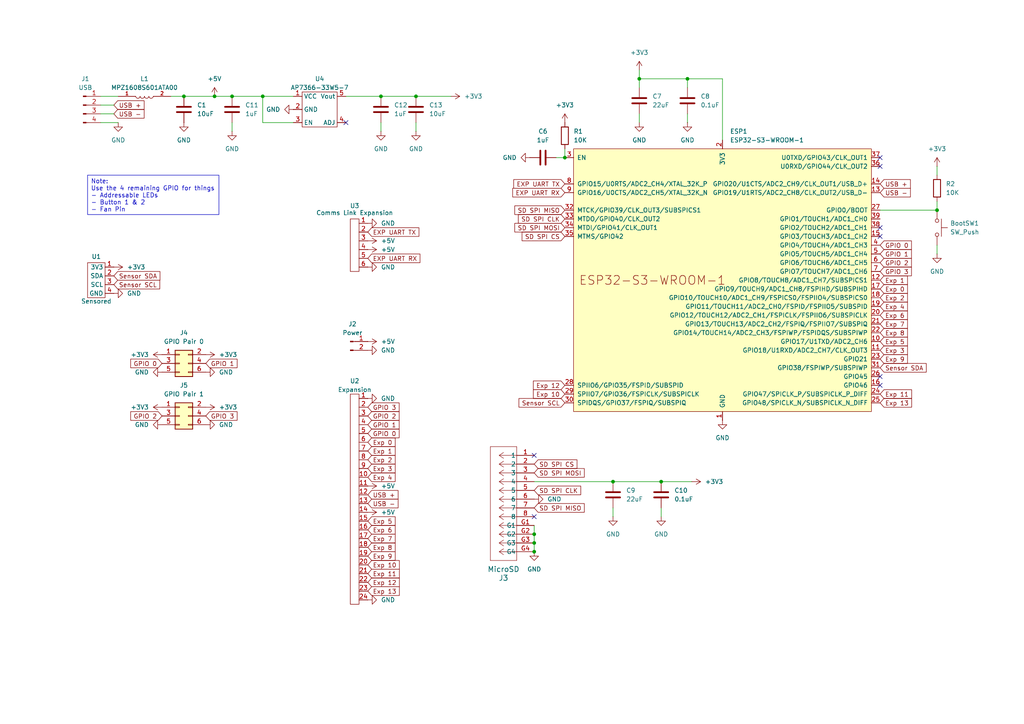
<source format=kicad_sch>
(kicad_sch (version 20231120) (generator "eeschema") (generator_version "8.0")
  (paper "A4")
  (lib_symbols
    (symbol "AP7366_SOT_25:AP7366_SOT25"
      (property "Reference" "U" (at 0 5.334 0))
      (symbol "AP7366_SOT25_0_1"
        (rectangle (start -5.08 3.81) (end 5.08 -6.35))
      )
      (symbol "AP7366_SOT25_1_1"
        (pin power_in line (at -7.62 2.54 0) (length 2.54) (name "VCC") (number "1"))
        (pin power_in line (at -7.62 -1.27 0) (length 2.54) (name "GND") (number "2"))
        (pin input line (at -7.62 -5.08 0) (length 2.54) (name "EN") (number "3"))
        (pin power_in line (at 7.62 -5.08 180) (length 2.54) (name "ADJ") (number "4"))
        (pin power_in line (at 7.62 2.54 180) (length 2.54) (name "Vout") (number "5"))
      )
    )
    (symbol "Connector:Conn_01x02_Pin" (pin_names (offset 1.016) hide)
      (property "Reference" "J" (at 0 2.54 0))
      (property "Value" "Conn_01x02_Pin" (at 0 -5.08 0))
      (symbol "Conn_01x02_Pin_1_1"
        (polyline (pts (xy 1.27 -2.54) (xy 0.8636 -2.54)) (stroke (width 0.1524)))
        (polyline (pts (xy 1.27 0) (xy 0.8636 0)) (stroke (width 0.1524)))
        (rectangle (start 0.8636 -2.413) (end 0 -2.667) (stroke (width 0.1524)) (fill (type outline)))
        (rectangle (start 0.8636 0.127) (end 0 -0.127) (stroke (width 0.1524)) (fill (type outline)))
        (pin passive line (at 5.08 0 180) (length 3.81) (name "Pin_1") (number "1"))
        (pin passive line (at 5.08 -2.54 180) (length 3.81) (name "Pin_2") (number "2"))
      )
    )
    (symbol "Connector:Conn_01x04_Pin" (pin_names (offset 1.016) hide)
      (property "Reference" "J" (at 0 5.08 0))
      (property "Value" "Conn_01x04_Pin" (at 0 -7.62 0))
      (symbol "Conn_01x04_Pin_1_1"
        (polyline (pts (xy 1.27 -5.08) (xy 0.8636 -5.08)) (stroke (width 0.1524)))
        (polyline (pts (xy 1.27 -2.54) (xy 0.8636 -2.54)) (stroke (width 0.1524)))
        (polyline (pts (xy 1.27 0) (xy 0.8636 0)) (stroke (width 0.1524)))
        (polyline (pts (xy 1.27 2.54) (xy 0.8636 2.54)) (stroke (width 0.1524)))
        (rectangle (start 0.8636 -4.953) (end 0 -5.207) (stroke (width 0.1524)) (fill (type outline)))
        (rectangle (start 0.8636 -2.413) (end 0 -2.667) (stroke (width 0.1524)) (fill (type outline)))
        (rectangle (start 0.8636 0.127) (end 0 -0.127) (stroke (width 0.1524)) (fill (type outline)))
        (rectangle (start 0.8636 2.667) (end 0 2.413) (stroke (width 0.1524)) (fill (type outline)))
        (pin passive line (at 5.08 2.54 180) (length 3.81) (name "Pin_1") (number "1"))
        (pin passive line (at 5.08 0 180) (length 3.81) (name "Pin_2") (number "2"))
        (pin passive line (at 5.08 -2.54 180) (length 3.81) (name "Pin_3") (number "3"))
        (pin passive line (at 5.08 -5.08 180) (length 3.81) (name "Pin_4") (number "4"))
      )
    )
    (symbol "Connector_Generic:Conn_02x03_Odd_Even" (pin_names (offset 1.016) hide)
      (property "Reference" "J" (at 1.27 5.08 0))
      (property "Value" "Conn_02x03_Odd_Even" (at 1.27 -5.08 0))
      (symbol "Conn_02x03_Odd_Even_1_1"
        (rectangle (start -1.27 -2.413) (end 0 -2.667) (stroke (width 0.1524)))
        (rectangle (start -1.27 0.127) (end 0 -0.127) (stroke (width 0.1524)))
        (rectangle (start -1.27 2.667) (end 0 2.413) (stroke (width 0.1524)))
        (rectangle (start -1.27 3.81) (end 3.81 -3.81) (stroke (width 0.254)) (fill (type background)))
        (rectangle (start 3.81 -2.413) (end 2.54 -2.667) (stroke (width 0.1524)))
        (rectangle (start 3.81 0.127) (end 2.54 -0.127) (stroke (width 0.1524)))
        (rectangle (start 3.81 2.667) (end 2.54 2.413) (stroke (width 0.1524)))
        (pin passive line (at -5.08 2.54 0) (length 3.81) (name "Pin_1") (number "1"))
        (pin passive line (at 7.62 2.54 180) (length 3.81) (name "Pin_2") (number "2"))
        (pin passive line (at -5.08 0 0) (length 3.81) (name "Pin_3") (number "3"))
        (pin passive line (at 7.62 0 180) (length 3.81) (name "Pin_4") (number "4"))
        (pin passive line (at -5.08 -2.54 0) (length 3.81) (name "Pin_5") (number "5"))
        (pin passive line (at 7.62 -2.54 180) (length 3.81) (name "Pin_6") (number "6"))
      )
    )
    (symbol "Device:C" (pin_numbers hide) (pin_names (offset 0.254))
      (property "Reference" "C" (at 0.635 2.54 0))
      (property "Value" "C" (at 0.635 -2.54 0))
      (symbol "C_0_1"
        (polyline (pts (xy -2.032 -0.762) (xy 2.032 -0.762)) (stroke (width 0.508)))
        (polyline (pts (xy -2.032 0.762) (xy 2.032 0.762)) (stroke (width 0.508)))
      )
      (symbol "C_1_1"
        (pin passive line (at 0 3.81 270) (length 2.794) (name "~") (number "1"))
        (pin passive line (at 0 -3.81 90) (length 2.794) (name "~") (number "2"))
      )
    )
    (symbol "Device:R" (pin_numbers hide) (pin_names (offset 0))
      (property "Reference" "R" (at 2.032 0 90))
      (property "Value" "R" (at 0 0 90))
      (symbol "R_0_1"
        (rectangle (start -1.016 -2.54) (end 1.016 2.54) (stroke (width 0.254)))
      )
      (symbol "R_1_1"
        (pin passive line (at 0 3.81 270) (length 1.27) (name "~") (number "1"))
        (pin passive line (at 0 -3.81 90) (length 1.27) (name "~") (number "2"))
      )
    )
    (symbol "FCC_Connector:FFC_24P"
      (property "Reference" "U" (at -1.27 32.004 0))
      (symbol "FFC_24P_0_1"
        (rectangle (start -2.54 30.48) (end 0 -30.48))
      )
      (symbol "FFC_24P_1_1"
        (pin input line (at 2.54 29.21 180) (length 2.54) (name "") (number "1"))
        (pin input line (at 2.54 6.35 180) (length 2.54) (name "") (number "10"))
        (pin input line (at 2.54 3.81 180) (length 2.54) (name "") (number "11"))
        (pin input line (at 2.54 1.27 180) (length 2.54) (name "") (number "12"))
        (pin input line (at 2.54 -1.27 180) (length 2.54) (name "") (number "13"))
        (pin input line (at 2.54 -3.81 180) (length 2.54) (name "") (number "14"))
        (pin input line (at 2.54 -6.35 180) (length 2.54) (name "") (number "15"))
        (pin input line (at 2.54 -8.89 180) (length 2.54) (name "") (number "16"))
        (pin input line (at 2.54 -11.43 180) (length 2.54) (name "") (number "17"))
        (pin input line (at 2.54 -13.97 180) (length 2.54) (name "") (number "18"))
        (pin input line (at 2.54 -16.51 180) (length 2.54) (name "") (number "19"))
        (pin input line (at 2.54 26.67 180) (length 2.54) (name "") (number "2"))
        (pin input line (at 2.54 -19.05 180) (length 2.54) (name "") (number "20"))
        (pin input line (at 2.54 -21.59 180) (length 2.54) (name "") (number "21"))
        (pin input line (at 2.54 -24.13 180) (length 2.54) (name "") (number "22"))
        (pin input line (at 2.54 -26.67 180) (length 2.54) (name "") (number "23"))
        (pin input line (at 2.54 -29.21 180) (length 2.54) (name "") (number "24"))
        (pin input line (at 2.54 24.13 180) (length 2.54) (name "") (number "3"))
        (pin input line (at 2.54 21.59 180) (length 2.54) (name "") (number "4"))
        (pin input line (at 2.54 19.05 180) (length 2.54) (name "") (number "5"))
        (pin input line (at 2.54 16.51 180) (length 2.54) (name "") (number "6"))
        (pin input line (at 2.54 13.97 180) (length 2.54) (name "") (number "7"))
        (pin input line (at 2.54 11.43 180) (length 2.54) (name "") (number "8"))
        (pin input line (at 2.54 8.89 180) (length 2.54) (name "") (number "9"))
      )
    )
    (symbol "FCC_Connector:FFC_6P"
      (property "Reference" "U" (at 0 9.398 0))
      (symbol "FFC_6P_0_1"
        (rectangle (start -1.27 7.62) (end 1.27 -7.62))
      )
      (symbol "FFC_6P_1_1"
        (pin input line (at 3.81 6.35 180) (length 2.54) (name "") (number "1"))
        (pin input line (at 3.81 3.81 180) (length 2.54) (name "") (number "2"))
        (pin input line (at 3.81 1.27 180) (length 2.54) (name "") (number "3"))
        (pin input line (at 3.81 -1.27 180) (length 2.54) (name "") (number "4"))
        (pin input line (at 3.81 -3.81 180) (length 2.54) (name "") (number "5"))
        (pin input line (at 3.81 -6.35 180) (length 2.54) (name "") (number "6"))
      )
    )
    (symbol "Ferrite_Bead_MPZ1608S601ATA00:MPZ1608S601ATA00" (pin_names (offset 1.016))
      (property "Reference" "L" (at -5.0885 1.9082 0))
      (property "Value" "MPZ1608S601ATA00" (at -5.0854 -2.5427 0))
      (symbol "MPZ1608S601ATA00_0_0"
        (arc (start -2.54 0) (mid -1.905 -0.5747) (end -1.27 0) (stroke (width 0.1524)))
        (arc (start -1.27 0) (mid -0.635 -0.5747) (end 0 0) (stroke (width 0.1524)))
        (arc (start 0 0) (mid 0.635 -0.5747) (end 1.27 0) (stroke (width 0.1524)))
        (arc (start 1.27 0) (mid 1.905 -0.5747) (end 2.54 0) (stroke (width 0.1524)))
        (pin passive line (at -7.62 0 0) (length 5.08) (name "~") (number "1"))
        (pin passive line (at 7.62 0 180) (length 5.08) (name "~") (number "2"))
      )
    )
    (symbol "MicroSD_473092651:473092651" (pin_names (offset 0.254))
      (property "Reference" "J" (at 8.89 6.35 0))
      (property "Value" "473092651" (at 0 0 0))
      (symbol "473092651_1_1"
        (polyline (pts (xy 5.08 -30.48) (xy 12.7 -30.48)) (stroke (width 0.127)))
        (polyline (pts (xy 5.08 2.54) (xy 5.08 -30.48)) (stroke (width 0.127)))
        (polyline (pts (xy 10.16 -27.94) (xy 5.08 -27.94)) (stroke (width 0.127)))
        (polyline (pts (xy 10.16 -27.94) (xy 8.89 -28.7867)) (stroke (width 0.127)))
        (polyline (pts (xy 10.16 -27.94) (xy 8.89 -27.0933)) (stroke (width 0.127)))
        (polyline (pts (xy 10.16 -25.4) (xy 5.08 -25.4)) (stroke (width 0.127)))
        (polyline (pts (xy 10.16 -25.4) (xy 8.89 -26.2467)) (stroke (width 0.127)))
        (polyline (pts (xy 10.16 -25.4) (xy 8.89 -24.5533)) (stroke (width 0.127)))
        (polyline (pts (xy 10.16 -22.86) (xy 5.08 -22.86)) (stroke (width 0.127)))
        (polyline (pts (xy 10.16 -22.86) (xy 8.89 -23.7067)) (stroke (width 0.127)))
        (polyline (pts (xy 10.16 -22.86) (xy 8.89 -22.0133)) (stroke (width 0.127)))
        (polyline (pts (xy 10.16 -20.32) (xy 5.08 -20.32)) (stroke (width 0.127)))
        (polyline (pts (xy 10.16 -20.32) (xy 8.89 -21.1667)) (stroke (width 0.127)))
        (polyline (pts (xy 10.16 -20.32) (xy 8.89 -19.4733)) (stroke (width 0.127)))
        (polyline (pts (xy 10.16 -17.78) (xy 5.08 -17.78)) (stroke (width 0.127)))
        (polyline (pts (xy 10.16 -17.78) (xy 8.89 -18.6267)) (stroke (width 0.127)))
        (polyline (pts (xy 10.16 -17.78) (xy 8.89 -16.9333)) (stroke (width 0.127)))
        (polyline (pts (xy 10.16 -15.24) (xy 5.08 -15.24)) (stroke (width 0.127)))
        (polyline (pts (xy 10.16 -15.24) (xy 8.89 -16.0867)) (stroke (width 0.127)))
        (polyline (pts (xy 10.16 -15.24) (xy 8.89 -14.3933)) (stroke (width 0.127)))
        (polyline (pts (xy 10.16 -12.7) (xy 5.08 -12.7)) (stroke (width 0.127)))
        (polyline (pts (xy 10.16 -12.7) (xy 8.89 -13.5467)) (stroke (width 0.127)))
        (polyline (pts (xy 10.16 -12.7) (xy 8.89 -11.8533)) (stroke (width 0.127)))
        (polyline (pts (xy 10.16 -10.16) (xy 5.08 -10.16)) (stroke (width 0.127)))
        (polyline (pts (xy 10.16 -10.16) (xy 8.89 -11.0067)) (stroke (width 0.127)))
        (polyline (pts (xy 10.16 -10.16) (xy 8.89 -9.3133)) (stroke (width 0.127)))
        (polyline (pts (xy 10.16 -7.62) (xy 5.08 -7.62)) (stroke (width 0.127)))
        (polyline (pts (xy 10.16 -7.62) (xy 8.89 -8.4667)) (stroke (width 0.127)))
        (polyline (pts (xy 10.16 -7.62) (xy 8.89 -6.7733)) (stroke (width 0.127)))
        (polyline (pts (xy 10.16 -5.08) (xy 5.08 -5.08)) (stroke (width 0.127)))
        (polyline (pts (xy 10.16 -5.08) (xy 8.89 -5.9267)) (stroke (width 0.127)))
        (polyline (pts (xy 10.16 -5.08) (xy 8.89 -4.2333)) (stroke (width 0.127)))
        (polyline (pts (xy 10.16 -2.54) (xy 5.08 -2.54)) (stroke (width 0.127)))
        (polyline (pts (xy 10.16 -2.54) (xy 8.89 -3.3867)) (stroke (width 0.127)))
        (polyline (pts (xy 10.16 -2.54) (xy 8.89 -1.6933)) (stroke (width 0.127)))
        (polyline (pts (xy 10.16 0) (xy 5.08 0)) (stroke (width 0.127)))
        (polyline (pts (xy 10.16 0) (xy 8.89 -0.8467)) (stroke (width 0.127)))
        (polyline (pts (xy 10.16 0) (xy 8.89 0.8467)) (stroke (width 0.127)))
        (polyline (pts (xy 12.7 -30.48) (xy 12.7 2.54)) (stroke (width 0.127)))
        (polyline (pts (xy 12.7 2.54) (xy 5.08 2.54)) (stroke (width 0.127)))
        (pin bidirectional line (at 0 0 0) (length 5.08) (name "1") (number "1"))
        (pin unspecified line (at 0 -2.54 0) (length 5.08) (name "2") (number "2"))
        (pin unspecified line (at 0 -5.08 0) (length 5.08) (name "3") (number "3"))
        (pin power_in line (at 0 -7.62 0) (length 5.08) (name "4") (number "4"))
        (pin unspecified line (at 0 -10.16 0) (length 5.08) (name "5") (number "5"))
        (pin power_out line (at 0 -12.7 0) (length 5.08) (name "6") (number "6"))
        (pin bidirectional line (at 0 -15.24 0) (length 5.08) (name "7") (number "7"))
        (pin bidirectional line (at 0 -17.78 0) (length 5.08) (name "8") (number "8"))
        (pin power_out line (at 0 -20.32 0) (length 5.08) (name "G1") (number "G1"))
        (pin power_out line (at 0 -22.86 0) (length 5.08) (name "G2") (number "G2"))
        (pin unspecified line (at 0 -25.4 0) (length 5.08) (name "G3") (number "G3"))
        (pin unspecified line (at 0 -27.94 0) (length 5.08) (name "G4") (number "G4"))
      )
      (symbol "473092651_1_2"
        (polyline (pts (xy 5.08 -30.48) (xy 12.7 -30.48)) (stroke (width 0.127)))
        (polyline (pts (xy 5.08 2.54) (xy 5.08 -30.48)) (stroke (width 0.127)))
        (polyline (pts (xy 7.62 -27.94) (xy 5.08 -27.94)) (stroke (width 0.127)))
        (polyline (pts (xy 7.62 -27.94) (xy 8.89 -28.7867)) (stroke (width 0.127)))
        (polyline (pts (xy 7.62 -27.94) (xy 8.89 -27.0933)) (stroke (width 0.127)))
        (polyline (pts (xy 7.62 -25.4) (xy 5.08 -25.4)) (stroke (width 0.127)))
        (polyline (pts (xy 7.62 -25.4) (xy 8.89 -26.2467)) (stroke (width 0.127)))
        (polyline (pts (xy 7.62 -25.4) (xy 8.89 -24.5533)) (stroke (width 0.127)))
        (polyline (pts (xy 7.62 -22.86) (xy 5.08 -22.86)) (stroke (width 0.127)))
        (polyline (pts (xy 7.62 -22.86) (xy 8.89 -23.7067)) (stroke (width 0.127)))
        (polyline (pts (xy 7.62 -22.86) (xy 8.89 -22.0133)) (stroke (width 0.127)))
        (polyline (pts (xy 7.62 -20.32) (xy 5.08 -20.32)) (stroke (width 0.127)))
        (polyline (pts (xy 7.62 -20.32) (xy 8.89 -21.1667)) (stroke (width 0.127)))
        (polyline (pts (xy 7.62 -20.32) (xy 8.89 -19.4733)) (stroke (width 0.127)))
        (polyline (pts (xy 7.62 -17.78) (xy 5.08 -17.78)) (stroke (width 0.127)))
        (polyline (pts (xy 7.62 -17.78) (xy 8.89 -18.6267)) (stroke (width 0.127)))
        (polyline (pts (xy 7.62 -17.78) (xy 8.89 -16.9333)) (stroke (width 0.127)))
        (polyline (pts (xy 7.62 -15.24) (xy 5.08 -15.24)) (stroke (width 0.127)))
        (polyline (pts (xy 7.62 -15.24) (xy 8.89 -16.0867)) (stroke (width 0.127)))
        (polyline (pts (xy 7.62 -15.24) (xy 8.89 -14.3933)) (stroke (width 0.127)))
        (polyline (pts (xy 7.62 -12.7) (xy 5.08 -12.7)) (stroke (width 0.127)))
        (polyline (pts (xy 7.62 -12.7) (xy 8.89 -13.5467)) (stroke (width 0.127)))
        (polyline (pts (xy 7.62 -12.7) (xy 8.89 -11.8533)) (stroke (width 0.127)))
        (polyline (pts (xy 7.62 -10.16) (xy 5.08 -10.16)) (stroke (width 0.127)))
        (polyline (pts (xy 7.62 -10.16) (xy 8.89 -11.0067)) (stroke (width 0.127)))
        (polyline (pts (xy 7.62 -10.16) (xy 8.89 -9.3133)) (stroke (width 0.127)))
        (polyline (pts (xy 7.62 -7.62) (xy 5.08 -7.62)) (stroke (width 0.127)))
        (polyline (pts (xy 7.62 -7.62) (xy 8.89 -8.4667)) (stroke (width 0.127)))
        (polyline (pts (xy 7.62 -7.62) (xy 8.89 -6.7733)) (stroke (width 0.127)))
        (polyline (pts (xy 7.62 -5.08) (xy 5.08 -5.08)) (stroke (width 0.127)))
        (polyline (pts (xy 7.62 -5.08) (xy 8.89 -5.9267)) (stroke (width 0.127)))
        (polyline (pts (xy 7.62 -5.08) (xy 8.89 -4.2333)) (stroke (width 0.127)))
        (polyline (pts (xy 7.62 -2.54) (xy 5.08 -2.54)) (stroke (width 0.127)))
        (polyline (pts (xy 7.62 -2.54) (xy 8.89 -3.3867)) (stroke (width 0.127)))
        (polyline (pts (xy 7.62 -2.54) (xy 8.89 -1.6933)) (stroke (width 0.127)))
        (polyline (pts (xy 7.62 0) (xy 5.08 0)) (stroke (width 0.127)))
        (polyline (pts (xy 7.62 0) (xy 8.89 -0.8467)) (stroke (width 0.127)))
        (polyline (pts (xy 7.62 0) (xy 8.89 0.8467)) (stroke (width 0.127)))
        (polyline (pts (xy 12.7 -30.48) (xy 12.7 2.54)) (stroke (width 0.127)))
        (polyline (pts (xy 12.7 2.54) (xy 5.08 2.54)) (stroke (width 0.127)))
        (pin bidirectional line (at 0 0 0) (length 5.08) (name "1") (number "1"))
        (pin unspecified line (at 0 -2.54 0) (length 5.08) (name "2") (number "2"))
        (pin unspecified line (at 0 -5.08 0) (length 5.08) (name "3") (number "3"))
        (pin power_in line (at 0 -7.62 0) (length 5.08) (name "4") (number "4"))
        (pin unspecified line (at 0 -10.16 0) (length 5.08) (name "5") (number "5"))
        (pin power_out line (at 0 -12.7 0) (length 5.08) (name "6") (number "6"))
        (pin bidirectional line (at 0 -15.24 0) (length 5.08) (name "7") (number "7"))
        (pin bidirectional line (at 0 -17.78 0) (length 5.08) (name "8") (number "8"))
        (pin power_out line (at 0 -20.32 0) (length 5.08) (name "G1") (number "G1"))
        (pin power_out line (at 0 -22.86 0) (length 5.08) (name "G2") (number "G2"))
        (pin unspecified line (at 0 -25.4 0) (length 5.08) (name "G3") (number "G3"))
        (pin unspecified line (at 0 -27.94 0) (length 5.08) (name "G4") (number "G4"))
      )
    )
    (symbol "PCM_Espressif:ESP32-S3-WROOM-1" (pin_names (offset 1.016))
      (property "Reference" "U" (at -43.18 43.18 0))
      (property "Value" "ESP32-S3-WROOM-1" (at -43.18 40.64 0))
      (symbol "ESP32-S3-WROOM-1_0_0"
        (text "ESP32-S3-WROOM-1" (at -20.32 0 0) (effects (font (size 2.54 2.54))))
        (pin power_in line (at 0 -40.64 90) (length 2.54) (name "GND") (number "1"))
        (pin bidirectional line (at 45.72 -17.78 180) (length 2.54) (name "GPIO17/U1TXD/ADC2_CH6") (number "10"))
        (pin bidirectional line (at 45.72 -20.32 180) (length 2.54) (name "GPIO18/U1RXD/ADC2_CH7/CLK_OUT3") (number "11"))
        (pin bidirectional line (at 45.72 0 180) (length 2.54) (name "GPIO8/TOUCH8/ADC1_CH7/SUBSPICS1") (number "12"))
        (pin bidirectional line (at 45.72 25.4 180) (length 2.54) (name "GPIO19/U1RTS/ADC2_CH8/CLK_OUT2/USB_D-") (number "13"))
        (pin bidirectional line (at 45.72 27.94 180) (length 2.54) (name "GPIO20/U1CTS/ADC2_CH9/CLK_OUT1/USB_D+") (number "14"))
        (pin bidirectional line (at 45.72 12.7 180) (length 2.54) (name "GPIO3/TOUCH3/ADC1_CH2") (number "15"))
        (pin bidirectional line (at 45.72 -30.48 180) (length 2.54) (name "GPIO46") (number "16"))
        (pin bidirectional line (at 45.72 -2.54 180) (length 2.54) (name "GPIO9/TOUCH9/ADC1_CH8/FSPIHD/SUBSPIHD") (number "17"))
        (pin bidirectional line (at 45.72 -5.08 180) (length 2.54) (name "GPIO10/TOUCH10/ADC1_CH9/FSPICS0/FSPIIO4/SUBSPICS0") (number "18"))
        (pin bidirectional line (at 45.72 -7.62 180) (length 2.54) (name "GPIO11/TOUCH11/ADC2_CH0/FSPID/FSPIIO5/SUBSPID") (number "19"))
        (pin power_in line (at 0 40.64 270) (length 2.54) (name "3V3") (number "2"))
        (pin bidirectional line (at 45.72 -10.16 180) (length 2.54) (name "GPIO12/TOUCH12/ADC2_CH1/FSPICLK/FSPIIO6/SUBSPICLK") (number "20"))
        (pin bidirectional line (at 45.72 -12.7 180) (length 2.54) (name "GPIO13/TOUCH13/ADC2_CH2/FSPIQ/FSPIIO7/SUBSPIQ") (number "21"))
        (pin bidirectional line (at 45.72 -15.24 180) (length 2.54) (name "GPIO14/TOUCH14/ADC2_CH3/FSPIWP/FSPIDQS/SUBSPIWP") (number "22"))
        (pin bidirectional line (at 45.72 -22.86 180) (length 2.54) (name "GPIO21") (number "23"))
        (pin bidirectional line (at 45.72 -33.02 180) (length 2.54) (name "GPIO47/SPICLK_P/SUBSPICLK_P_DIFF") (number "24"))
        (pin bidirectional line (at 45.72 -35.56 180) (length 2.54) (name "GPIO48/SPICLK_N/SUBSPICLK_N_DIFF") (number "25"))
        (pin bidirectional line (at 45.72 -27.94 180) (length 2.54) (name "GPIO45") (number "26"))
        (pin bidirectional line (at 45.72 20.32 180) (length 2.54) (name "GPIO0/BOOT") (number "27"))
        (pin bidirectional line (at -45.72 -30.48 0) (length 2.54) (name "SPIIO6/GPIO35/FSPID/SUBSPID") (number "28"))
        (pin bidirectional line (at -45.72 -33.02 0) (length 2.54) (name "SPIIO7/GPIO36/FSPICLK/SUBSPICLK") (number "29"))
        (pin input line (at -45.72 35.56 0) (length 2.54) (name "EN") (number "3"))
        (pin bidirectional line (at -45.72 -35.56 0) (length 2.54) (name "SPIDQS/GPIO37/FSPIQ/SUBSPIQ") (number "30"))
        (pin bidirectional line (at 45.72 -25.4 180) (length 2.54) (name "GPIO38/FSPIWP/SUBSPIWP") (number "31"))
        (pin bidirectional line (at -45.72 20.32 0) (length 2.54) (name "MTCK/GPIO39/CLK_OUT3/SUBSPICS1") (number "32"))
        (pin bidirectional line (at -45.72 17.78 0) (length 2.54) (name "MTDO/GPIO40/CLK_OUT2") (number "33"))
        (pin bidirectional line (at -45.72 15.24 0) (length 2.54) (name "MTDI/GPIO41/CLK_OUT1") (number "34"))
        (pin bidirectional line (at -45.72 12.7 0) (length 2.54) (name "MTMS/GPIO42") (number "35"))
        (pin bidirectional line (at 45.72 33.02 180) (length 2.54) (name "U0RXD/GPIO44/CLK_OUT2") (number "36"))
        (pin bidirectional line (at 45.72 35.56 180) (length 2.54) (name "U0TXD/GPIO43/CLK_OUT1") (number "37"))
        (pin bidirectional line (at 45.72 15.24 180) (length 2.54) (name "GPIO2/TOUCH2/ADC1_CH1") (number "38"))
        (pin bidirectional line (at 45.72 17.78 180) (length 2.54) (name "GPIO1/TOUCH1/ADC1_CH0") (number "39"))
        (pin bidirectional line (at 45.72 10.16 180) (length 2.54) (name "GPIO4/TOUCH4/ADC1_CH3") (number "4"))
        (pin passive line (at 0 -40.64 90) (length 2.54) hide (name "GND") (number "40"))
        (pin passive line (at 0 -40.64 90) (length 2.54) hide (name "GND") (number "41"))
        (pin bidirectional line (at 45.72 7.62 180) (length 2.54) (name "GPIO5/TOUCH5/ADC1_CH4") (number "5"))
        (pin bidirectional line (at 45.72 5.08 180) (length 2.54) (name "GPIO6/TOUCH6/ADC1_CH5") (number "6"))
        (pin bidirectional line (at 45.72 2.54 180) (length 2.54) (name "GPIO7/TOUCH7/ADC1_CH6") (number "7"))
        (pin bidirectional line (at -45.72 27.94 0) (length 2.54) (name "GPIO15/U0RTS/ADC2_CH4/XTAL_32K_P") (number "8"))
        (pin bidirectional line (at -45.72 25.4 0) (length 2.54) (name "GPIO16/U0CTS/ADC2_CH5/XTAL_32K_N") (number "9"))
      )
      (symbol "ESP32-S3-WROOM-1_0_1"
        (rectangle (start -43.18 38.1) (end 43.18 -38.1) (fill (type background)))
      )
    )
    (symbol "Sensored:Sensored"
      (property "Reference" "U" (at 0 6.35 0))
      (symbol "Sensored_0_1"
        (rectangle (start -2.54 5.08) (end 2.54 -5.08))
      )
      (symbol "Sensored_1_1"
        (pin input line (at 5.08 3.81 180) (length 2.54) (name "3V3") (number "1"))
        (pin input line (at 5.08 1.27 180) (length 2.54) (name "SDA") (number "2"))
        (pin input line (at 5.08 -1.27 180) (length 2.54) (name "SCL") (number "3"))
        (pin input line (at 5.08 -3.81 180) (length 2.54) (name "GND") (number "4"))
      )
    )
    (symbol "Switch:SW_Push" (pin_numbers hide) (pin_names (offset 1.016) hide)
      (property "Reference" "SW" (at 1.27 2.54 0))
      (property "Value" "SW_Push" (at 0 -1.524 0))
      (symbol "SW_Push_0_1"
        (circle (center -2.032 0) (radius 0.508))
        (polyline (pts (xy 0 1.27) (xy 0 3.048)))
        (polyline (pts (xy 2.54 1.27) (xy -2.54 1.27)))
        (circle (center 2.032 0) (radius 0.508))
        (pin passive line (at -5.08 0 0) (length 2.54) (name "1") (number "1"))
        (pin passive line (at 5.08 0 180) (length 2.54) (name "2") (number "2"))
      )
    )
    (symbol "power:+3V3" (power) (pin_numbers hide) (pin_names (offset 0) hide)
      (property "Value" "+3V3" (at 0 3.556 0))
      (symbol "+3V3_0_1"
        (polyline (pts (xy -0.762 1.27) (xy 0 2.54)))
        (polyline (pts (xy 0 0) (xy 0 2.54)))
        (polyline (pts (xy 0 2.54) (xy 0.762 1.27)))
      )
      (symbol "+3V3_1_1"
        (pin power_in line (at 0 0 90) (length 0) (name "~") (number "1"))
      )
    )
    (symbol "power:+5V" (power) (pin_numbers hide) (pin_names (offset 0) hide)
      (property "Value" "+5V" (at 0 3.556 0))
      (symbol "+5V_0_1"
        (polyline (pts (xy -0.762 1.27) (xy 0 2.54)))
        (polyline (pts (xy 0 0) (xy 0 2.54)))
        (polyline (pts (xy 0 2.54) (xy 0.762 1.27)))
      )
      (symbol "+5V_1_1"
        (pin power_in line (at 0 0 90) (length 0) (name "~") (number "1"))
      )
    )
    (symbol "power:GND" (power) (pin_numbers hide) (pin_names (offset 0) hide)
      (property "Value" "GND" (at 0 -3.81 0))
      (symbol "GND_0_1"
        (polyline (pts (xy 0 0) (xy 0 -1.27) (xy 1.27 -1.27) (xy 0 -2.54) (xy -1.27 -1.27) (xy 0 -1.27)))
      )
      (symbol "GND_1_1"
        (pin power_in line (at 0 0 270) (length 0) (name "~") (number "1"))
      )
    )
  )
  (junction (at 120.65 27.94))
  (junction (at 271.78 60.96))
  (junction (at 62.23 27.94))
  (junction (at 76.2 27.94))
  (junction (at 53.34 27.94))
  (junction (at 67.31 27.94))
  (junction (at 199.39 22.86))
  (junction (at 163.83 45.72))
  (junction (at 154.94 160.02))
  (junction (at 110.49 27.94))
  (junction (at 154.94 154.94))
  (junction (at 154.94 157.48))
  (junction (at 177.8 139.7))
  (junction (at 185.42 22.86))
  (junction (at 191.77 139.7))
  (no_connect (at 255.27 66.04))
  (no_connect (at 255.27 111.76))
  (no_connect (at 154.94 149.86))
  (no_connect (at 100.33 35.56))
  (no_connect (at 255.27 109.22))
  (no_connect (at 255.27 68.58))
  (no_connect (at 154.94 132.08))
  (no_connect (at 255.27 48.26))
  (no_connect (at 255.27 45.72))
  (wire (pts (xy 271.78 48.26) (xy 271.78 50.8)))
  (wire (pts (xy 29.21 30.48) (xy 33.02 30.48)))
  (wire (pts (xy 67.31 27.94) (xy 76.2 27.94)))
  (wire (pts (xy 110.49 35.56) (xy 110.49 38.1)))
  (wire (pts (xy 163.83 43.18) (xy 163.83 45.72)))
  (wire (pts (xy 271.78 73.66) (xy 271.78 71.12)))
  (wire (pts (xy 67.31 35.56) (xy 67.31 38.1)))
  (wire (pts (xy 271.78 58.42) (xy 271.78 60.96)))
  (wire (pts (xy 209.55 22.86) (xy 209.55 40.64)))
  (wire (pts (xy 53.34 27.94) (xy 62.23 27.94)))
  (wire (pts (xy 154.94 157.48) (xy 154.94 160.02)))
  (wire (pts (xy 100.33 27.94) (xy 110.49 27.94)))
  (wire (pts (xy 120.65 27.94) (xy 110.49 27.94)))
  (wire (pts (xy 161.29 45.72) (xy 163.83 45.72)))
  (wire (pts (xy 185.42 22.86) (xy 185.42 25.4)))
  (wire (pts (xy 120.65 27.94) (xy 130.81 27.94)))
  (wire (pts (xy 154.94 139.7) (xy 177.8 139.7)))
  (wire (pts (xy 177.8 139.7) (xy 191.77 139.7)))
  (wire (pts (xy 29.21 35.56) (xy 34.29 35.56)))
  (wire (pts (xy 199.39 22.86) (xy 209.55 22.86)))
  (wire (pts (xy 177.8 147.32) (xy 177.8 149.86)))
  (wire (pts (xy 154.94 152.4) (xy 154.94 154.94)))
  (wire (pts (xy 76.2 27.94) (xy 85.09 27.94)))
  (wire (pts (xy 76.2 35.56) (xy 76.2 27.94)))
  (wire (pts (xy 185.42 33.02) (xy 185.42 35.56)))
  (wire (pts (xy 85.09 35.56) (xy 76.2 35.56)))
  (wire (pts (xy 120.65 35.56) (xy 120.65 38.1)))
  (wire (pts (xy 49.53 27.94) (xy 53.34 27.94)))
  (wire (pts (xy 154.94 154.94) (xy 154.94 157.48)))
  (wire (pts (xy 199.39 22.86) (xy 199.39 25.4)))
  (wire (pts (xy 199.39 33.02) (xy 199.39 35.56)))
  (wire (pts (xy 29.21 33.02) (xy 33.02 33.02)))
  (wire (pts (xy 62.23 27.94) (xy 67.31 27.94)))
  (wire (pts (xy 29.21 27.94) (xy 34.29 27.94)))
  (wire (pts (xy 191.77 147.32) (xy 191.77 149.86)))
  (wire (pts (xy 200.66 139.7) (xy 191.77 139.7)))
  (wire (pts (xy 255.27 60.96) (xy 271.78 60.96)))
  (wire (pts (xy 185.42 20.32) (xy 185.42 22.86)))
  (wire (pts (xy 185.42 22.86) (xy 199.39 22.86)))
  (text_box "Note:\nUse the 4 remaining GPIO for things\n- Addressable LEDs\n- Button 1 & 2\n- Fan Pin" (at 25.4 50.8 0) (size 38.1 11.43) (effects (font (size 1.27 1.27)) (justify left top)))
  (global_label "Exp 4" (shape input) (at 106.68 138.43 0) (property "Intersheetrefs" "${INTERSHEET_REFS}" (effects (hide yes))))
  (global_label "Exp 7" (shape input) (at 106.68 156.21 0) (property "Intersheetrefs" "${INTERSHEET_REFS}" (effects (hide yes))))
  (global_label "SD SPI MOSI" (shape input) (at 154.94 137.16 0) (property "Intersheetrefs" "${INTERSHEET_REFS}" (effects (hide yes))))
  (global_label "USB -" (shape input) (at 255.27 55.88 0) (property "Intersheetrefs" "${INTERSHEET_REFS}" (effects (hide yes))))
  (global_label "Sensor SDA" (shape input) (at 33.02 80.01 0) (property "Intersheetrefs" "${INTERSHEET_REFS}" (effects (hide yes))))
  (global_label "GPIO 3" (shape input) (at 59.69 120.65 0) (property "Intersheetrefs" "${INTERSHEET_REFS}" (effects (hide yes))))
  (global_label "GPIO 2" (shape input) (at 106.68 120.65 0) (property "Intersheetrefs" "${INTERSHEET_REFS}" (effects (hide yes))))
  (global_label "Exp 0" (shape input) (at 255.27 83.82 0) (property "Intersheetrefs" "${INTERSHEET_REFS}" (effects (hide yes))))
  (global_label "Exp 10" (shape input) (at 106.68 163.83 0) (property "Intersheetrefs" "${INTERSHEET_REFS}" (effects (hide yes))))
  (global_label "GPIO 0" (shape input) (at 46.99 105.41 180) (property "Intersheetrefs" "${INTERSHEET_REFS}" (effects (hide yes))))
  (global_label "GPIO 1" (shape input) (at 255.27 73.66 0) (property "Intersheetrefs" "${INTERSHEET_REFS}" (effects (hide yes))))
  (global_label "Exp 2" (shape input) (at 255.27 86.36 0) (property "Intersheetrefs" "${INTERSHEET_REFS}" (effects (hide yes))))
  (global_label "GPIO 1" (shape input) (at 106.68 123.19 0) (property "Intersheetrefs" "${INTERSHEET_REFS}" (effects (hide yes))))
  (global_label "Sensor SDA" (shape input) (at 255.27 106.68 0) (property "Intersheetrefs" "${INTERSHEET_REFS}" (effects (hide yes))))
  (global_label "USB +" (shape input) (at 33.02 30.48 0) (property "Intersheetrefs" "${INTERSHEET_REFS}" (effects (hide yes))))
  (global_label "SD SPI CS" (shape input) (at 154.94 134.62 0) (property "Intersheetrefs" "${INTERSHEET_REFS}" (effects (hide yes))))
  (global_label "Exp 10" (shape input) (at 163.83 114.3 180) (property "Intersheetrefs" "${INTERSHEET_REFS}" (effects (hide yes))))
  (global_label "GPIO 2" (shape input) (at 46.99 120.65 180) (property "Intersheetrefs" "${INTERSHEET_REFS}" (effects (hide yes))))
  (global_label "SD SPI CLK" (shape input) (at 154.94 142.24 0) (property "Intersheetrefs" "${INTERSHEET_REFS}" (effects (hide yes))))
  (global_label "Exp 12" (shape input) (at 106.68 168.91 0) (property "Intersheetrefs" "${INTERSHEET_REFS}" (effects (hide yes))))
  (global_label "Exp 8" (shape input) (at 106.68 158.75 0) (property "Intersheetrefs" "${INTERSHEET_REFS}" (effects (hide yes))))
  (global_label "Exp 3" (shape input) (at 106.68 135.89 0) (property "Intersheetrefs" "${INTERSHEET_REFS}" (effects (hide yes))))
  (global_label "SD SPI MOSI" (shape input) (at 163.83 66.04 180) (property "Intersheetrefs" "${INTERSHEET_REFS}" (effects (hide yes))))
  (global_label "SD SPI MISO" (shape input) (at 163.83 60.96 180) (property "Intersheetrefs" "${INTERSHEET_REFS}" (effects (hide yes))))
  (global_label "Exp 13" (shape input) (at 255.27 116.84 0) (property "Intersheetrefs" "${INTERSHEET_REFS}" (effects (hide yes))))
  (global_label "SD SPI CLK" (shape input) (at 163.83 63.5 180) (property "Intersheetrefs" "${INTERSHEET_REFS}" (effects (hide yes))))
  (global_label "Exp 6" (shape input) (at 255.27 91.44 0) (property "Intersheetrefs" "${INTERSHEET_REFS}" (effects (hide yes))))
  (global_label "GPIO 0" (shape input) (at 255.27 71.12 0) (property "Intersheetrefs" "${INTERSHEET_REFS}" (effects (hide yes))))
  (global_label "EXP UART TX" (shape input) (at 163.83 53.34 180) (property "Intersheetrefs" "${INTERSHEET_REFS}" (effects (hide yes))))
  (global_label "Sensor SCL" (shape input) (at 163.83 116.84 180) (property "Intersheetrefs" "${INTERSHEET_REFS}" (effects (hide yes))))
  (global_label "Exp 4" (shape input) (at 255.27 88.9 0) (property "Intersheetrefs" "${INTERSHEET_REFS}" (effects (hide yes))))
  (global_label "USB +" (shape input) (at 106.68 143.51 0) (property "Intersheetrefs" "${INTERSHEET_REFS}" (effects (hide yes))))
  (global_label "SD SPI MISO" (shape input) (at 154.94 147.32 0) (property "Intersheetrefs" "${INTERSHEET_REFS}" (effects (hide yes))))
  (global_label "EXP UART TX" (shape input) (at 106.68 67.31 0) (property "Intersheetrefs" "${INTERSHEET_REFS}" (effects (hide yes))))
  (global_label "GPIO 2" (shape input) (at 255.27 76.2 0) (property "Intersheetrefs" "${INTERSHEET_REFS}" (effects (hide yes))))
  (global_label "Exp 1" (shape input) (at 255.27 81.28 0) (property "Intersheetrefs" "${INTERSHEET_REFS}" (effects (hide yes))))
  (global_label "Exp 13" (shape input) (at 106.68 171.45 0) (property "Intersheetrefs" "${INTERSHEET_REFS}" (effects (hide yes))))
  (global_label "Exp 5" (shape input) (at 255.27 99.06 0) (property "Intersheetrefs" "${INTERSHEET_REFS}" (effects (hide yes))))
  (global_label "SD SPI CS" (shape input) (at 163.83 68.58 180) (property "Intersheetrefs" "${INTERSHEET_REFS}" (effects (hide yes))))
  (global_label "EXP UART RX" (shape input) (at 106.68 74.93 0) (property "Intersheetrefs" "${INTERSHEET_REFS}" (effects (hide yes))))
  (global_label "Exp 12" (shape input) (at 163.83 111.76 180) (property "Intersheetrefs" "${INTERSHEET_REFS}" (effects (hide yes))))
  (global_label "Exp 1" (shape input) (at 106.68 130.81 0) (property "Intersheetrefs" "${INTERSHEET_REFS}" (effects (hide yes))))
  (global_label "GPIO 0" (shape input) (at 106.68 125.73 0) (property "Intersheetrefs" "${INTERSHEET_REFS}" (effects (hide yes))))
  (global_label "Exp 3" (shape input) (at 255.27 101.6 0) (property "Intersheetrefs" "${INTERSHEET_REFS}" (effects (hide yes))))
  (global_label "Exp 6" (shape input) (at 106.68 153.67 0) (property "Intersheetrefs" "${INTERSHEET_REFS}" (effects (hide yes))))
  (global_label "Exp 11" (shape input) (at 255.27 114.3 0) (property "Intersheetrefs" "${INTERSHEET_REFS}" (effects (hide yes))))
  (global_label "Exp 7" (shape input) (at 255.27 93.98 0) (property "Intersheetrefs" "${INTERSHEET_REFS}" (effects (hide yes))))
  (global_label "Exp 2" (shape input) (at 106.68 133.35 0) (property "Intersheetrefs" "${INTERSHEET_REFS}" (effects (hide yes))))
  (global_label "USB -" (shape input) (at 106.68 146.05 0) (property "Intersheetrefs" "${INTERSHEET_REFS}" (effects (hide yes))))
  (global_label "Exp 5" (shape input) (at 106.68 151.13 0) (property "Intersheetrefs" "${INTERSHEET_REFS}" (effects (hide yes))))
  (global_label "USB +" (shape input) (at 255.27 53.34 0) (property "Intersheetrefs" "${INTERSHEET_REFS}" (effects (hide yes))))
  (global_label "USB -" (shape input) (at 33.02 33.02 0) (property "Intersheetrefs" "${INTERSHEET_REFS}" (effects (hide yes))))
  (global_label "Exp 9" (shape input) (at 106.68 161.29 0) (property "Intersheetrefs" "${INTERSHEET_REFS}" (effects (hide yes))))
  (global_label "GPIO 3" (shape input) (at 255.27 78.74 0) (property "Intersheetrefs" "${INTERSHEET_REFS}" (effects (hide yes))))
  (global_label "Exp 8" (shape input) (at 255.27 96.52 0) (property "Intersheetrefs" "${INTERSHEET_REFS}" (effects (hide yes))))
  (global_label "GPIO 3" (shape input) (at 106.68 118.11 0) (property "Intersheetrefs" "${INTERSHEET_REFS}" (effects (hide yes))))
  (global_label "EXP UART RX" (shape input) (at 163.83 55.88 180) (property "Intersheetrefs" "${INTERSHEET_REFS}" (effects (hide yes))))
  (global_label "Exp 11" (shape input) (at 106.68 166.37 0) (property "Intersheetrefs" "${INTERSHEET_REFS}" (effects (hide yes))))
  (global_label "GPIO 1" (shape input) (at 59.69 105.41 0) (property "Intersheetrefs" "${INTERSHEET_REFS}" (effects (hide yes))))
  (global_label "Exp 9" (shape input) (at 255.27 104.14 0) (property "Intersheetrefs" "${INTERSHEET_REFS}" (effects (hide yes))))
  (global_label "Exp 0" (shape input) (at 106.68 128.27 0) (property "Intersheetrefs" "${INTERSHEET_REFS}" (effects (hide yes))))
  (global_label "Sensor SCL" (shape input) (at 33.02 82.55 0) (property "Intersheetrefs" "${INTERSHEET_REFS}" (effects (hide yes))))
  (symbol (lib_id "FCC_Connector:FFC_24P") (at 104.14 144.78 0) (unit 1)
    (property "Reference" "U2" (at 102.87 110.49 0))
    (property "Value" "Expansion" (at 102.87 113.03 0))
    (property "Footprint" "FFC_Connector:FFC Aliexpress 0.5mm 24P" (effects (hide yes)))
  )
  (symbol (lib_id "power:+3V3") (at 59.69 102.87 270) (unit 1)
    (property "Reference" "#PWR034" (effects (hide yes)))
    (property "Value" "+3V3" (at 63.5 102.8699 90) (effects (justify left)))
    (property "Description" "Power symbol creates a global label with name \"+3V3\"" (effects (hide yes)))
  )
  (symbol (lib_id "Switch:SW_Push") (at 271.78 66.04 270) (unit 1)
    (property "Reference" "BootSW1" (at 275.59 64.7699 90) (effects (justify left)))
    (property "Value" "SW_Push" (at 275.59 67.3099 90) (effects (justify left)))
    (property "Footprint" "Button-R-667843:Button-R-667843" (effects (hide yes)))
    (property "Description" "Push button switch, generic, two pins" (effects (hide yes)))
  )
  (symbol (lib_id "power:GND") (at 153.67 45.72 270) (unit 1)
    (property "Reference" "#PWR011" (effects (hide yes)))
    (property "Value" "GND" (at 149.86 45.7199 90) (effects (justify right)))
    (property "Description" "Power symbol creates a global label with name \"GND\" , ground" (effects (hide yes)))
  )
  (symbol (lib_id "Ferrite_Bead_MPZ1608S601ATA00:MPZ1608S601ATA00") (at 41.91 27.94 0) (unit 1)
    (property "Reference" "L1" (at 41.91 22.86 0))
    (property "Value" "MPZ1608S601ATA00" (at 41.91 25.4 0))
    (property "Footprint" "Ferrite_Bead_MPZ1608S601ATA00:INDC1608X95N" (effects (hide yes)))
  )
  (symbol (lib_id "power:+5V") (at 106.68 148.59 270) (unit 1)
    (property "Reference" "#PWR041" (effects (hide yes)))
    (property "Value" "+5V" (at 110.49 148.5899 90) (effects (justify left)))
    (property "Description" "Power symbol creates a global label with name \"+5V\"" (effects (hide yes)))
  )
  (symbol (lib_id "PCM_Espressif:ESP32-S3-WROOM-1") (at 209.55 81.28 0) (unit 1)
    (property "Reference" "ESP1" (at 211.7441 38.1 0) (effects (justify left)))
    (property "Value" "ESP32-S3-WROOM-1" (at 211.7441 40.64 0) (effects (justify left)))
    (property "Footprint" "PCM_Espressif:ESP32-S3-WROOM-1U" (effects (hide yes)))
    (property "Datasheet" "https://www.espressif.com/sites/default/files/documentation/esp32-s3-wroom-1_wroom-1u_datasheet_en.pdf" (effects (hide yes)))
    (property "Description" "2.4 GHz WiFi (802.11 b/g/n) and Bluetooth ® 5 (LE) module Built around ESP32S3 series of SoCs, Xtensa ® dualcore 32bit LX7 microprocessor Flash up to 16 MB, PSRAM up to 8 MB 36 GPIOs, rich set of peripherals Onboard PCB antenna" (effects (hide yes)))
  )
  (symbol (lib_id "Device:C") (at 120.65 31.75 0) (unit 1)
    (property "Reference" "C13" (at 124.46 30.4799 0) (effects (justify left)))
    (property "Value" "10uF" (at 124.46 33.0199 0) (effects (justify left)))
    (property "Footprint" "Capacitor_SMD:C_0603_1608Metric" (effects (hide yes)))
    (property "Description" "Unpolarized capacitor" (effects (hide yes)))
  )
  (symbol (lib_id "power:GND") (at 106.68 101.6 90) (unit 1)
    (property "Reference" "#PWR025" (effects (hide yes)))
    (property "Value" "GND" (at 110.49 101.5999 90) (effects (justify right)))
    (property "Description" "Power symbol creates a global label with name \"GND\" , ground" (effects (hide yes)))
  )
  (symbol (lib_id "power:GND") (at 46.99 123.19 270) (mirror x) (unit 1)
    (property "Reference" "#PWR037" (effects (hide yes)))
    (property "Value" "GND" (at 43.18 123.1899 90) (effects (justify right)))
    (property "Description" "Power symbol creates a global label with name \"GND\" , ground" (effects (hide yes)))
  )
  (symbol (lib_id "power:GND") (at 185.42 35.56 0) (unit 1)
    (property "Reference" "#PWR014" (effects (hide yes)))
    (property "Value" "GND" (at 185.42 40.64 0))
    (property "Description" "Power symbol creates a global label with name \"GND\" , ground" (effects (hide yes)))
  )
  (symbol (lib_id "Sensored:Sensored") (at 27.94 81.28 0) (unit 1)
    (property "Reference" "U1" (at 27.94 74.422 0))
    (property "Value" "Sensored" (at 27.94 87.376 0))
    (property "Footprint" "Sensored:Sensored" (effects (hide yes)))
  )
  (symbol (lib_id "power:GND") (at 85.09 31.75 270) (unit 1)
    (property "Reference" "#PWR028" (effects (hide yes)))
    (property "Value" "GND" (at 81.28 31.7499 90) (effects (justify right)))
    (property "Description" "Power symbol creates a global label with name \"GND\" , ground" (effects (hide yes)))
  )
  (symbol (lib_id "AP7366_SOT_25:AP7366_SOT25") (at 92.71 30.48 0) (unit 1)
    (property "Reference" "U4" (at 92.71 22.86 0))
    (property "Value" "AP7366-33W5-7" (at 92.71 25.4 0))
    (property "Footprint" "AP7366-SOT25:AP7366" (effects (hide yes)))
  )
  (symbol (lib_id "power:GND") (at 106.68 173.99 90) (unit 1)
    (property "Reference" "#PWR07" (effects (hide yes)))
    (property "Value" "GND" (at 110.49 173.9899 90) (effects (justify right)))
    (property "Description" "Power symbol creates a global label with name \"GND\" , ground" (effects (hide yes)))
  )
  (symbol (lib_id "power:+3V3") (at 200.66 139.7 270) (unit 1)
    (property "Reference" "#PWR020" (effects (hide yes)))
    (property "Value" "+3V3" (at 204.47 139.6999 90) (effects (justify left)))
    (property "Description" "Power symbol creates a global label with name \"+3V3\"" (effects (hide yes)))
  )
  (symbol (lib_id "Device:C") (at 191.77 143.51 0) (unit 1)
    (property "Reference" "C10" (at 195.58 142.2399 0) (effects (justify left)))
    (property "Value" "0.1uF" (at 195.58 144.7799 0) (effects (justify left)))
    (property "Footprint" "Capacitor_SMD:C_0402_1005Metric_Pad0.74x0.62mm_HandSolder" (effects (hide yes)))
    (property "Description" "Unpolarized capacitor" (effects (hide yes)))
  )
  (symbol (lib_id "power:+5V") (at 106.68 69.85 270) (unit 1)
    (property "Reference" "#PWR09" (effects (hide yes)))
    (property "Value" "+5V" (at 110.49 69.8499 90) (effects (justify left)))
    (property "Description" "Power symbol creates a global label with name \"+5V\"" (effects (hide yes)))
  )
  (symbol (lib_id "Device:C") (at 185.42 29.21 0) (unit 1)
    (property "Reference" "C7" (at 189.23 27.9399 0) (effects (justify left)))
    (property "Value" "22uF" (at 189.23 30.4799 0) (effects (justify left)))
    (property "Footprint" "Capacitor_SMD:C_0603_1608Metric_Pad1.08x0.95mm_HandSolder" (effects (hide yes)))
    (property "Description" "Unpolarized capacitor" (effects (hide yes)))
  )
  (symbol (lib_id "power:GND") (at 177.8 149.86 0) (unit 1)
    (property "Reference" "#PWR018" (effects (hide yes)))
    (property "Value" "GND" (at 177.8 154.94 0))
    (property "Description" "Power symbol creates a global label with name \"GND\" , ground" (effects (hide yes)))
  )
  (symbol (lib_id "power:+5V") (at 62.23 27.94 0) (unit 1)
    (property "Reference" "#PWR08" (effects (hide yes)))
    (property "Value" "+5V" (at 62.23 22.86 0))
    (property "Description" "Power symbol creates a global label with name \"+5V\"" (effects (hide yes)))
  )
  (symbol (lib_id "MicroSD_473092651:473092651") (at 154.94 132.08 0) (mirror y) (unit 1)
    (property "Reference" "J3" (at 146.05 167.64 0) (effects (font (size 1.524 1.524))))
    (property "Value" "MicroSD" (at 146.05 165.1 0) (effects (font (size 1.524 1.524))))
    (property "Footprint" "MicroSD_473092651:CONN12_47309-2651_MOL" (effects (hide yes)))
    (property "Datasheet" "473092651" (effects (hide yes)))
  )
  (symbol (lib_id "power:GND") (at 110.49 38.1 0) (unit 1)
    (property "Reference" "#PWR029" (effects (hide yes)))
    (property "Value" "GND" (at 110.49 43.18 0))
    (property "Description" "Power symbol creates a global label with name \"GND\" , ground" (effects (hide yes)))
  )
  (symbol (lib_id "power:GND") (at 67.31 38.1 0) (unit 1)
    (property "Reference" "#PWR027" (effects (hide yes)))
    (property "Value" "GND" (at 67.31 43.18 0))
    (property "Description" "Power symbol creates a global label with name \"GND\" , ground" (effects (hide yes)))
  )
  (symbol (lib_id "Device:R") (at 163.83 39.37 0) (unit 1)
    (property "Reference" "R1" (at 166.37 38.0999 0) (effects (justify left)))
    (property "Value" "10K" (at 166.37 40.6399 0) (effects (justify left)))
    (property "Footprint" "Resistor_SMD:R_0603_1608Metric" (effects (hide yes)))
    (property "Description" "Resistor" (effects (hide yes)))
  )
  (symbol (lib_id "power:GND") (at 34.29 35.56 0) (unit 1)
    (property "Reference" "#PWR024" (effects (hide yes)))
    (property "Value" "GND" (at 34.29 40.64 0))
    (property "Description" "Power symbol creates a global label with name \"GND\" , ground" (effects (hide yes)))
  )
  (symbol (lib_id "Device:C") (at 177.8 143.51 0) (unit 1)
    (property "Reference" "C9" (at 181.61 142.2399 0) (effects (justify left)))
    (property "Value" "22uF" (at 181.61 144.7799 0) (effects (justify left)))
    (property "Footprint" "Capacitor_SMD:C_0603_1608Metric_Pad1.08x0.95mm_HandSolder" (effects (hide yes)))
    (property "Description" "Unpolarized capacitor" (effects (hide yes)))
  )
  (symbol (lib_id "power:GND") (at 154.94 144.78 90) (unit 1)
    (property "Reference" "#PWR05" (effects (hide yes)))
    (property "Value" "GND" (at 158.75 144.7799 90) (effects (justify right)))
    (property "Description" "Power symbol creates a global label with name \"GND\" , ground" (effects (hide yes)))
  )
  (symbol (lib_id "Connector:Conn_01x04_Pin") (at 24.13 30.48 0) (unit 1)
    (property "Reference" "J1" (at 24.765 22.86 0))
    (property "Value" "USB" (at 24.765 25.4 0))
    (property "Footprint" "Connector_Hirose:Hirose_DF13-04P-1.25DS_1x04_P1.25mm_Horizontal" (effects (hide yes)))
    (property "Description" "Generic connector, single row, 01x04, script generated" (effects (hide yes)))
  )
  (symbol (lib_id "Connector_Generic:Conn_02x03_Odd_Even") (at 52.07 120.65 0) (unit 1)
    (property "Reference" "J5" (at 53.34 111.76 0))
    (property "Value" "GPIO Pair 1" (at 53.34 114.3 0))
    (property "Footprint" "Connector_PinHeader_2.54mm:PinHeader_2x03_P2.54mm_Vertical" (effects (hide yes)))
    (property "Description" "Generic connector, double row, 02x03, odd/even pin numbering scheme (row 1 odd numbers, row 2 even numbers), script generated (kicad-library-utils/schlib/autogen/connector/)" (effects (hide yes)))
  )
  (symbol (lib_id "Device:C") (at 157.48 45.72 90) (unit 1)
    (property "Reference" "C6" (at 157.48 38.1 90))
    (property "Value" "1uF" (at 157.48 40.64 90))
    (property "Footprint" "Capacitor_SMD:C_0603_1608Metric" (effects (hide yes)))
    (property "Description" "Unpolarized capacitor" (effects (hide yes)))
  )
  (symbol (lib_id "power:+3V3") (at 46.99 102.87 90) (unit 1)
    (property "Reference" "#PWR032" (effects (hide yes)))
    (property "Value" "+3V3" (at 43.18 102.8699 90) (effects (justify left)))
    (property "Description" "Power symbol creates a global label with name \"+3V3\"" (effects (hide yes)))
  )
  (symbol (lib_id "power:+3V3") (at 185.42 20.32 0) (unit 1)
    (property "Reference" "#PWR013" (effects (hide yes)))
    (property "Value" "+3V3" (at 185.42 15.24 0))
    (property "Description" "Power symbol creates a global label with name \"+3V3\"" (effects (hide yes)))
  )
  (symbol (lib_id "power:GND") (at 120.65 38.1 0) (unit 1)
    (property "Reference" "#PWR030" (effects (hide yes)))
    (property "Value" "GND" (at 120.65 43.18 0))
    (property "Description" "Power symbol creates a global label with name \"GND\" , ground" (effects (hide yes)))
  )
  (symbol (lib_id "power:GND") (at 53.34 35.56 0) (unit 1)
    (property "Reference" "#PWR031" (effects (hide yes)))
    (property "Value" "GND" (at 53.34 40.64 0))
    (property "Description" "Power symbol creates a global label with name \"GND\" , ground" (effects (hide yes)))
  )
  (symbol (lib_id "power:GND") (at 106.68 64.77 90) (unit 1)
    (property "Reference" "#PWR016" (effects (hide yes)))
    (property "Value" "GND" (at 110.49 64.7699 90) (effects (justify right)))
    (property "Description" "Power symbol creates a global label with name \"GND\" , ground" (effects (hide yes)))
  )
  (symbol (lib_id "Device:C") (at 67.31 31.75 0) (unit 1)
    (property "Reference" "C11" (at 71.12 30.4799 0) (effects (justify left)))
    (property "Value" "1uF" (at 71.12 33.0199 0) (effects (justify left)))
    (property "Footprint" "Resistor_SMD:R_0603_1608Metric" (effects (hide yes)))
    (property "Description" "Unpolarized capacitor" (effects (hide yes)))
  )
  (symbol (lib_id "power:GND") (at 106.68 77.47 90) (unit 1)
    (property "Reference" "#PWR023" (effects (hide yes)))
    (property "Value" "GND" (at 110.49 77.4699 90) (effects (justify right)))
    (property "Description" "Power symbol creates a global label with name \"GND\" , ground" (effects (hide yes)))
  )
  (symbol (lib_id "power:+3V3") (at 271.78 48.26 0) (unit 1)
    (property "Reference" "#PWR021" (effects (hide yes)))
    (property "Value" "+3V3" (at 271.78 43.18 0))
    (property "Description" "Power symbol creates a global label with name \"+3V3\"" (effects (hide yes)))
  )
  (symbol (lib_id "power:+3V3") (at 33.02 77.47 270) (unit 1)
    (property "Reference" "#PWR02" (effects (hide yes)))
    (property "Value" "+3V3" (at 36.83 77.4699 90) (effects (justify left)))
    (property "Description" "Power symbol creates a global label with name \"+3V3\"" (effects (hide yes)))
  )
  (symbol (lib_id "power:+3V3") (at 46.99 118.11 90) (mirror x) (unit 1)
    (property "Reference" "#PWR036" (effects (hide yes)))
    (property "Value" "+3V3" (at 43.18 118.1099 90) (effects (justify left)))
    (property "Description" "Power symbol creates a global label with name \"+3V3\"" (effects (hide yes)))
  )
  (symbol (lib_id "Connector_Generic:Conn_02x03_Odd_Even") (at 52.07 105.41 0) (unit 1)
    (property "Reference" "J4" (at 53.34 96.52 0))
    (property "Value" "GPIO Pair 0" (at 53.34 99.06 0))
    (property "Footprint" "Connector_PinHeader_2.54mm:PinHeader_2x03_P2.54mm_Vertical" (effects (hide yes)))
    (property "Description" "Generic connector, double row, 02x03, odd/even pin numbering scheme (row 1 odd numbers, row 2 even numbers), script generated (kicad-library-utils/schlib/autogen/connector/)" (effects (hide yes)))
  )
  (symbol (lib_id "power:+3V3") (at 130.81 27.94 270) (unit 1)
    (property "Reference" "#PWR01" (effects (hide yes)))
    (property "Value" "+3V3" (at 134.62 27.9399 90) (effects (justify left)))
    (property "Description" "Power symbol creates a global label with name \"+3V3\"" (effects (hide yes)))
  )
  (symbol (lib_id "Device:R") (at 271.78 54.61 0) (unit 1)
    (property "Reference" "R2" (at 274.32 53.3399 0) (effects (justify left)))
    (property "Value" "10K" (at 274.32 55.8799 0) (effects (justify left)))
    (property "Footprint" "Resistor_SMD:R_0603_1608Metric" (effects (hide yes)))
    (property "Description" "Resistor" (effects (hide yes)))
  )
  (symbol (lib_id "power:GND") (at 191.77 149.86 0) (unit 1)
    (property "Reference" "#PWR019" (effects (hide yes)))
    (property "Value" "GND" (at 191.77 154.94 0))
    (property "Description" "Power symbol creates a global label with name \"GND\" , ground" (effects (hide yes)))
  )
  (symbol (lib_id "power:+3V3") (at 59.69 118.11 270) (unit 1)
    (property "Reference" "#PWR038" (effects (hide yes)))
    (property "Value" "+3V3" (at 63.5 118.1099 90) (effects (justify left)))
    (property "Description" "Power symbol creates a global label with name \"+3V3\"" (effects (hide yes)))
  )
  (symbol (lib_id "power:+5V") (at 106.68 72.39 270) (unit 1)
    (property "Reference" "#PWR010" (effects (hide yes)))
    (property "Value" "+5V" (at 110.49 72.3899 90) (effects (justify left)))
    (property "Description" "Power symbol creates a global label with name \"+5V\"" (effects (hide yes)))
  )
  (symbol (lib_id "power:GND") (at 271.78 73.66 0) (unit 1)
    (property "Reference" "#PWR022" (effects (hide yes)))
    (property "Value" "GND" (at 271.78 78.74 0))
    (property "Description" "Power symbol creates a global label with name \"GND\" , ground" (effects (hide yes)))
  )
  (symbol (lib_id "power:GND") (at 154.94 160.02 0) (unit 1)
    (property "Reference" "#PWR04" (effects (hide yes)))
    (property "Value" "GND" (at 154.94 165.1 0))
    (property "Description" "Power symbol creates a global label with name \"GND\" , ground" (effects (hide yes)))
  )
  (symbol (lib_id "Device:C") (at 199.39 29.21 0) (unit 1)
    (property "Reference" "C8" (at 203.2 27.9399 0) (effects (justify left)))
    (property "Value" "0.1uF" (at 203.2 30.4799 0) (effects (justify left)))
    (property "Footprint" "Capacitor_SMD:C_0603_1608Metric_Pad1.08x0.95mm_HandSolder" (effects (hide yes)))
    (property "Description" "Unpolarized capacitor" (effects (hide yes)))
  )
  (symbol (lib_id "power:GND") (at 209.55 121.92 0) (unit 1)
    (property "Reference" "#PWR017" (effects (hide yes)))
    (property "Value" "GND" (at 209.55 127 0))
    (property "Description" "Power symbol creates a global label with name \"GND\" , ground" (effects (hide yes)))
  )
  (symbol (lib_id "power:GND") (at 59.69 107.95 90) (unit 1)
    (property "Reference" "#PWR035" (effects (hide yes)))
    (property "Value" "GND" (at 63.5 107.9499 90) (effects (justify right)))
    (property "Description" "Power symbol creates a global label with name \"GND\" , ground" (effects (hide yes)))
  )
  (symbol (lib_id "power:+5V") (at 106.68 99.06 270) (unit 1)
    (property "Reference" "#PWR026" (effects (hide yes)))
    (property "Value" "+5V" (at 110.49 99.0599 90) (effects (justify left)))
    (property "Description" "Power symbol creates a global label with name \"+5V\"" (effects (hide yes)))
  )
  (symbol (lib_id "power:GND") (at 46.99 107.95 270) (mirror x) (unit 1)
    (property "Reference" "#PWR033" (effects (hide yes)))
    (property "Value" "GND" (at 43.18 107.9499 90) (effects (justify right)))
    (property "Description" "Power symbol creates a global label with name \"GND\" , ground" (effects (hide yes)))
  )
  (symbol (lib_id "power:GND") (at 106.68 115.57 90) (unit 1)
    (property "Reference" "#PWR06" (effects (hide yes)))
    (property "Value" "GND" (at 110.49 115.5699 90) (effects (justify right)))
    (property "Description" "Power symbol creates a global label with name \"GND\" , ground" (effects (hide yes)))
  )
  (symbol (lib_id "power:GND") (at 33.02 85.09 90) (unit 1)
    (property "Reference" "#PWR03" (effects (hide yes)))
    (property "Value" "GND" (at 36.83 85.0899 90) (effects (justify right)))
    (property "Description" "Power symbol creates a global label with name \"GND\" , ground" (effects (hide yes)))
  )
  (symbol (lib_id "Device:C") (at 110.49 31.75 0) (unit 1)
    (property "Reference" "C12" (at 114.3 30.4799 0) (effects (justify left)))
    (property "Value" "1uF" (at 114.3 33.0199 0) (effects (justify left)))
    (property "Footprint" "Resistor_SMD:R_0603_1608Metric" (effects (hide yes)))
    (property "Description" "Unpolarized capacitor" (effects (hide yes)))
  )
  (symbol (lib_id "FCC_Connector:FFC_6P") (at 102.87 71.12 0) (unit 1)
    (property "Reference" "U3" (at 102.87 59.69 0))
    (property "Value" "Comms Link Expansion" (at 102.87 61.722 0))
    (property "Footprint" "FFC_Connector:FFC Aliexpress 0.5mm 6P" (effects (hide yes)))
  )
  (symbol (lib_id "power:+3V3") (at 163.83 35.56 0) (unit 1)
    (property "Reference" "#PWR012" (effects (hide yes)))
    (property "Value" "+3V3" (at 163.83 30.48 0))
    (property "Description" "Power symbol creates a global label with name \"+3V3\"" (effects (hide yes)))
  )
  (symbol (lib_id "power:GND") (at 199.39 35.56 0) (unit 1)
    (property "Reference" "#PWR015" (effects (hide yes)))
    (property "Value" "GND" (at 199.39 40.64 0))
    (property "Description" "Power symbol creates a global label with name \"GND\" , ground" (effects (hide yes)))
  )
  (symbol (lib_id "Connector:Conn_01x02_Pin") (at 101.6 99.06 0) (unit 1)
    (property "Reference" "J2" (at 102.235 93.98 0))
    (property "Value" "Power" (at 102.235 96.52 0))
    (property "Footprint" "Connector_Hirose:Hirose_DF13-02P-1.25DS_1x02_P1.25mm_Horizontal" (effects (hide yes)))
    (property "Description" "Generic connector, single row, 01x02, script generated" (effects (hide yes)))
  )
  (symbol (lib_id "power:+5V") (at 106.68 140.97 270) (unit 1)
    (property "Reference" "#PWR040" (effects (hide yes)))
    (property "Value" "+5V" (at 110.49 140.9699 90) (effects (justify left)))
    (property "Description" "Power symbol creates a global label with name \"+5V\"" (effects (hide yes)))
  )
  (symbol (lib_id "Device:C") (at 53.34 31.75 0) (unit 1)
    (property "Reference" "C1" (at 57.15 30.4799 0) (effects (justify left)))
    (property "Value" "10uF" (at 57.15 33.0199 0) (effects (justify left)))
    (property "Footprint" "Capacitor_SMD:C_0603_1608Metric" (effects (hide yes)))
    (property "Description" "Unpolarized capacitor" (effects (hide yes)))
  )
  (symbol (lib_id "power:GND") (at 59.69 123.19 90) (unit 1)
    (property "Reference" "#PWR039" (effects (hide yes)))
    (property "Value" "GND" (at 63.5 123.1899 90) (effects (justify right)))
    (property "Description" "Power symbol creates a global label with name \"GND\" , ground" (effects (hide yes)))
  )
)
</source>
